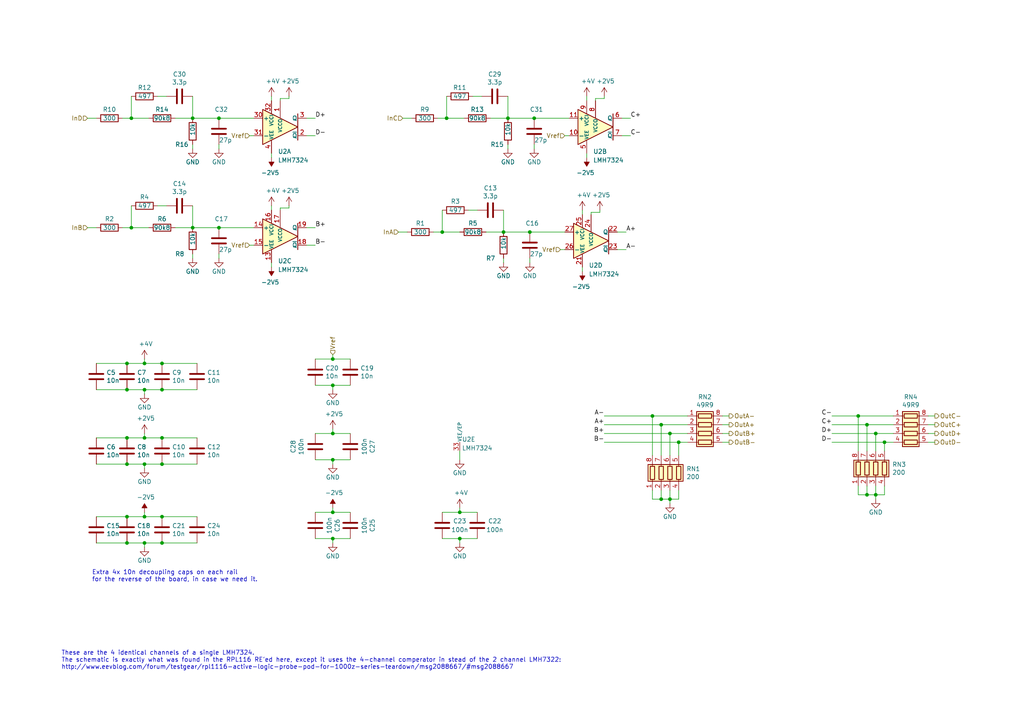
<source format=kicad_sch>
(kicad_sch (version 20230121) (generator eeschema)
  (paper "A4")
  (lib_symbols
    (symbol "Comparator:LMH7324" (pin_names (offset 0.127))
      (property "Reference" "U" (at 1.905 5.715 0))
      (property "Value" "LMH7324" (at 4.445 -5.08 0))
      (symbol "LMH7324_1_1"
        (pin power_in line (at 0 7.62 270) (length 5.08) (name "VCCO") (number "1"))
        (pin output line (at 7.62 -2.54 180) (length 2.54) (name "~{Q}") (number "2"))
        (pin passive line (at -2.54 -7.62 90) (length 3.81) hide (name "VEE") (number "29"))
        (pin output line (at 7.62 2.54 180) (length 2.54) (name "Q") (number "3"))
        (pin input line (at -7.62 2.54 0) (length 2.54) (name "+") (number "30"))
        (pin input line (at -7.62 -2.54 0) (length 2.54) (name "-") (number "31"))
        (pin power_in line (at -2.54 7.62 270) (length 3.81) (name "VCCI") (number "32"))
        (pin power_in line (at -2.54 -7.62 90) (length 3.81) (name "VEE") (number "4"))
      )
      (symbol "LMH7324_2_1"
        (pin input line (at -7.62 -2.54 0) (length 2.54) (name "-") (number "10"))
        (pin input line (at -7.62 2.54 0) (length 2.54) (name "+") (number "11"))
        (pin passive line (at -2.54 -7.62 90) (length 3.81) hide (name "VEE") (number "12"))
        (pin power_in line (at -2.54 -7.62 90) (length 3.81) (name "VEE") (number "5"))
        (pin output line (at 7.62 2.54 180) (length 2.54) (name "Q") (number "6"))
        (pin output line (at 7.62 -2.54 180) (length 2.54) (name "~{Q}") (number "7"))
        (pin power_in line (at 0 7.62 270) (length 5.08) (name "VCCO") (number "8"))
        (pin power_in line (at -2.54 7.62 270) (length 3.81) (name "VCCI") (number "9"))
      )
      (symbol "LMH7324_3_1"
        (pin power_in line (at -2.54 -7.62 90) (length 3.81) (name "VEE") (number "13"))
        (pin input line (at -7.62 2.54 0) (length 2.54) (name "+") (number "14"))
        (pin input line (at -7.62 -2.54 0) (length 2.54) (name "-") (number "15"))
        (pin power_in line (at -2.54 7.62 270) (length 3.81) (name "VCCI") (number "16"))
        (pin power_in line (at 0 7.62 270) (length 5.08) (name "VCCO") (number "17"))
        (pin output line (at 7.62 -2.54 180) (length 2.54) (name "~{Q}") (number "18"))
        (pin output line (at 7.62 2.54 180) (length 2.54) (name "Q") (number "19"))
        (pin passive line (at -2.54 -7.62 90) (length 3.81) hide (name "VEE") (number "20"))
      )
      (symbol "LMH7324_4_1"
        (pin power_in line (at -2.54 -7.62 90) (length 3.81) (name "VEE") (number "21"))
        (pin output line (at 7.62 2.54 180) (length 2.54) (name "Q") (number "22"))
        (pin output line (at 7.62 -2.54 180) (length 2.54) (name "~{Q}") (number "23"))
        (pin power_in line (at 0 7.62 270) (length 5.08) (name "VCCO") (number "24"))
        (pin power_in line (at -2.54 7.62 270) (length 3.81) (name "VCCI") (number "25"))
        (pin input line (at -7.62 -2.54 0) (length 2.54) (name "-") (number "26"))
        (pin input line (at -7.62 2.54 0) (length 2.54) (name "+") (number "27"))
        (pin passive line (at -2.54 -7.62 90) (length 3.81) hide (name "VEE") (number "28"))
      )
      (symbol "LMH7324_5_1"
        (pin power_in line (at 0 -2.54 90) (length 2.54) (name "VEE/EP") (number "33"))
      )
    )
    (symbol "Device:C" (pin_numbers hide) (pin_names (offset 0.254))
      (property "Reference" "C" (at 0.635 2.54 0))
      (property "Value" "C" (at 0.635 -2.54 0))
      (symbol "C_1_1"
        (pin passive line (at 0 3.81 270) (length 2.794) (name "~") (number "1"))
        (pin passive line (at 0 -3.81 90) (length 2.794) (name "~") (number "2"))
      )
    )
    (symbol "Device:R" (pin_numbers hide) (pin_names (offset 0))
      (property "Reference" "R" (at 2.032 0 90))
      (property "Value" "R" (at 0 0 90))
      (symbol "R_1_1"
        (pin passive line (at 0 3.81 270) (length 1.27) (name "~") (number "1"))
        (pin passive line (at 0 -3.81 90) (length 1.27) (name "~") (number "2"))
      )
    )
    (symbol "Device:R_Pack04" (pin_names (offset 0) hide)
      (property "Reference" "RN" (at -7.62 0 90))
      (property "Value" "R_Pack04" (at 5.08 0 90))
      (symbol "R_Pack04_1_1"
        (pin passive line (at -5.08 -5.08 90) (length 2.54) (name "R1.1") (number "1"))
        (pin passive line (at -2.54 -5.08 90) (length 2.54) (name "R2.1") (number "2"))
        (pin passive line (at 0 -5.08 90) (length 2.54) (name "R3.1") (number "3"))
        (pin passive line (at 2.54 -5.08 90) (length 2.54) (name "R4.1") (number "4"))
        (pin passive line (at 2.54 5.08 270) (length 2.54) (name "R4.2") (number "5"))
        (pin passive line (at 0 5.08 270) (length 2.54) (name "R3.2") (number "6"))
        (pin passive line (at -2.54 5.08 270) (length 2.54) (name "R2.2") (number "7"))
        (pin passive line (at -5.08 5.08 270) (length 2.54) (name "R1.2") (number "8"))
      )
    )
    (symbol "power:+2V5" (power) (pin_names (offset 0))
      (property "Value" "+2V5" (at 0 3.556 0))
      (symbol "+2V5_1_1"
        (pin power_in line (at 0 0 90) (length 0) hide (name "+2V5") (number "1"))
      )
    )
    (symbol "power:+4V" (power) (pin_names (offset 0))
      (property "Value" "+4V" (at 0 3.556 0))
      (symbol "+4V_1_1"
        (pin power_in line (at 0 0 90) (length 0) hide (name "+4V") (number "1"))
      )
    )
    (symbol "power:-2V5" (power) (pin_names (offset 0))
      (property "Value" "-2V5" (at 0 3.81 0))
      (symbol "-2V5_0_0"
        (pin power_in line (at 0 0 90) (length 0) hide (name "-2V5") (number "1"))
      )
    )
    (symbol "power:GND" (power) (pin_names (offset 0))
      (property "Value" "GND" (at 0 -3.81 0))
      (symbol "GND_1_1"
        (pin power_in line (at 0 0 270) (length 0) hide (name "GND") (number "1"))
      )
    )
  )
  (junction (at 128.27 67.31))
  (junction (at 46.99 113.03))
  (junction (at 254 125.73))
  (junction (at 191.77 144.78))
  (junction (at 248.92 120.65))
  (junction (at 41.91 157.48))
  (junction (at 36.83 157.48))
  (junction (at 146.05 67.31))
  (junction (at 133.35 156.21))
  (junction (at 154.94 34.29))
  (junction (at 194.31 125.73))
  (junction (at 41.91 113.03))
  (junction (at 194.31 144.78))
  (junction (at 38.1 34.29))
  (junction (at 133.35 148.59))
  (junction (at 36.83 113.03))
  (junction (at 46.99 149.86))
  (junction (at 41.91 149.86))
  (junction (at 96.52 104.14))
  (junction (at 251.46 123.19))
  (junction (at 46.99 127))
  (junction (at 96.52 156.21))
  (junction (at 251.46 143.51))
  (junction (at 96.52 125.73))
  (junction (at 147.32 34.29))
  (junction (at 96.52 148.59))
  (junction (at 46.99 157.48))
  (junction (at 96.52 111.76))
  (junction (at 46.99 134.62))
  (junction (at 254 143.51))
  (junction (at 63.5 34.29))
  (junction (at 36.83 134.62))
  (junction (at 38.1 66.04))
  (junction (at 46.99 105.41))
  (junction (at 41.91 127))
  (junction (at 55.88 66.04))
  (junction (at 36.83 127))
  (junction (at 256.54 128.27))
  (junction (at 55.88 34.29))
  (junction (at 196.85 128.27))
  (junction (at 63.5 66.04))
  (junction (at 36.83 149.86))
  (junction (at 41.91 134.62))
  (junction (at 153.67 67.31))
  (junction (at 41.91 105.41))
  (junction (at 96.52 133.35))
  (junction (at 129.54 34.29))
  (junction (at 191.77 123.19))
  (junction (at 189.23 120.65))
  (junction (at 36.83 105.41))
  (wire (pts (xy 38.1 66.04) (xy 43.18 66.04)))
  (wire (pts (xy 91.44 133.35) (xy 96.52 133.35)))
  (wire (pts (xy 128.27 60.96) (xy 128.27 67.31)))
  (wire (pts (xy 251.46 143.51) (xy 254 143.51)))
  (wire (pts (xy 41.91 114.3) (xy 41.91 113.03)))
  (wire (pts (xy 96.52 104.14) (xy 101.6 104.14)))
  (wire (pts (xy 168.91 77.47) (xy 168.91 78.74)))
  (wire (pts (xy 46.99 105.41) (xy 57.15 105.41)))
  (wire (pts (xy 269.24 128.27) (xy 271.145 128.27)))
  (wire (pts (xy 41.91 158.75) (xy 41.91 157.48)))
  (wire (pts (xy 129.54 34.29) (xy 134.62 34.29)))
  (wire (pts (xy 81.28 28.575) (xy 81.28 29.21)))
  (wire (pts (xy 41.91 148.59) (xy 41.91 149.86)))
  (wire (pts (xy 36.83 149.86) (xy 41.91 149.86)))
  (wire (pts (xy 91.44 156.21) (xy 96.52 156.21)))
  (wire (pts (xy 50.8 34.29) (xy 55.88 34.29)))
  (wire (pts (xy 36.83 127) (xy 41.91 127)))
  (wire (pts (xy 175.26 125.73) (xy 194.31 125.73)))
  (wire (pts (xy 175.26 28.575) (xy 175.26 27.94)))
  (wire (pts (xy 256.54 128.27) (xy 256.54 130.81)))
  (wire (pts (xy 251.46 123.19) (xy 251.46 130.81)))
  (wire (pts (xy 196.85 128.27) (xy 199.39 128.27)))
  (wire (pts (xy 271.145 120.65) (xy 269.24 120.65)))
  (wire (pts (xy 63.5 34.29) (xy 73.66 34.29)))
  (wire (pts (xy 194.31 144.78) (xy 196.85 144.78)))
  (wire (pts (xy 55.88 74.93) (xy 55.88 73.66)))
  (wire (pts (xy 211.455 125.73) (xy 209.55 125.73)))
  (wire (pts (xy 173.99 60.96) (xy 173.99 61.595)))
  (wire (pts (xy 153.67 67.31) (xy 163.83 67.31)))
  (wire (pts (xy 175.26 28.575) (xy 172.72 28.575)))
  (wire (pts (xy 189.23 144.78) (xy 191.77 144.78)))
  (wire (pts (xy 248.92 120.65) (xy 248.92 130.81)))
  (wire (pts (xy 27.94 113.03) (xy 36.83 113.03)))
  (wire (pts (xy 254 143.51) (xy 256.54 143.51)))
  (wire (pts (xy 248.92 143.51) (xy 251.46 143.51)))
  (wire (pts (xy 209.55 128.27) (xy 211.455 128.27)))
  (wire (pts (xy 182.88 39.37) (xy 180.34 39.37)))
  (wire (pts (xy 96.52 125.73) (xy 101.6 125.73)))
  (wire (pts (xy 133.35 130.81) (xy 133.35 133.35)))
  (wire (pts (xy 140.97 67.31) (xy 146.05 67.31)))
  (wire (pts (xy 27.94 134.62) (xy 36.83 134.62)))
  (wire (pts (xy 154.94 43.18) (xy 154.94 41.91)))
  (wire (pts (xy 191.77 142.24) (xy 191.77 144.78)))
  (wire (pts (xy 25.4 34.29) (xy 27.94 34.29)))
  (wire (pts (xy 91.44 125.73) (xy 96.52 125.73)))
  (wire (pts (xy 256.54 140.97) (xy 256.54 143.51)))
  (wire (pts (xy 27.94 157.48) (xy 36.83 157.48)))
  (wire (pts (xy 36.83 157.48) (xy 41.91 157.48)))
  (wire (pts (xy 175.26 128.27) (xy 196.85 128.27)))
  (wire (pts (xy 96.52 148.59) (xy 101.6 148.59)))
  (wire (pts (xy 41.91 125.73) (xy 41.91 127)))
  (wire (pts (xy 96.52 133.35) (xy 101.6 133.35)))
  (wire (pts (xy 162.56 72.39) (xy 163.83 72.39)))
  (wire (pts (xy 78.74 27.94) (xy 78.74 29.21)))
  (wire (pts (xy 72.39 39.37) (xy 73.66 39.37)))
  (wire (pts (xy 175.26 123.19) (xy 191.77 123.19)))
  (wire (pts (xy 147.32 43.18) (xy 147.32 41.91)))
  (wire (pts (xy 48.26 27.94) (xy 45.72 27.94)))
  (wire (pts (xy 209.55 123.19) (xy 211.455 123.19)))
  (wire (pts (xy 41.91 127) (xy 46.99 127)))
  (wire (pts (xy 78.74 76.2) (xy 78.74 77.47)))
  (wire (pts (xy 116.84 34.29) (xy 119.38 34.29)))
  (wire (pts (xy 189.23 142.24) (xy 189.23 144.78)))
  (wire (pts (xy 27.94 127) (xy 36.83 127)))
  (wire (pts (xy 248.92 120.65) (xy 241.3 120.65)))
  (wire (pts (xy 88.9 66.04) (xy 91.44 66.04)))
  (wire (pts (xy 96.52 147.32) (xy 96.52 148.59)))
  (wire (pts (xy 254 125.73) (xy 241.3 125.73)))
  (wire (pts (xy 88.9 71.12) (xy 91.44 71.12)))
  (wire (pts (xy 138.43 60.96) (xy 135.89 60.96)))
  (wire (pts (xy 248.92 140.97) (xy 248.92 143.51)))
  (wire (pts (xy 50.8 66.04) (xy 55.88 66.04)))
  (wire (pts (xy 194.31 125.73) (xy 199.39 125.73)))
  (wire (pts (xy 57.15 113.03) (xy 46.99 113.03)))
  (wire (pts (xy 36.83 105.41) (xy 41.91 105.41)))
  (wire (pts (xy 96.52 111.76) (xy 96.52 113.03)))
  (wire (pts (xy 25.4 66.04) (xy 27.94 66.04)))
  (wire (pts (xy 46.99 127) (xy 57.15 127)))
  (wire (pts (xy 211.455 120.65) (xy 209.55 120.65)))
  (wire (pts (xy 251.46 140.97) (xy 251.46 143.51)))
  (wire (pts (xy 41.91 135.89) (xy 41.91 134.62)))
  (wire (pts (xy 154.94 34.29) (xy 147.32 34.29)))
  (wire (pts (xy 181.61 72.39) (xy 179.07 72.39)))
  (wire (pts (xy 63.5 66.04) (xy 55.88 66.04)))
  (wire (pts (xy 81.28 28.575) (xy 83.82 28.575)))
  (wire (pts (xy 142.24 34.29) (xy 147.32 34.29)))
  (wire (pts (xy 191.77 144.78) (xy 194.31 144.78)))
  (wire (pts (xy 41.91 157.48) (xy 46.99 157.48)))
  (wire (pts (xy 57.15 134.62) (xy 46.99 134.62)))
  (wire (pts (xy 96.52 157.48) (xy 96.52 156.21)))
  (wire (pts (xy 88.9 39.37) (xy 91.44 39.37)))
  (wire (pts (xy 168.91 60.96) (xy 168.91 62.23)))
  (wire (pts (xy 81.28 60.325) (xy 83.82 60.325)))
  (wire (pts (xy 269.24 123.19) (xy 271.145 123.19)))
  (wire (pts (xy 96.52 156.21) (xy 101.6 156.21)))
  (wire (pts (xy 175.26 120.65) (xy 189.23 120.65)))
  (wire (pts (xy 91.44 148.59) (xy 96.52 148.59)))
  (wire (pts (xy 191.77 123.19) (xy 199.39 123.19)))
  (wire (pts (xy 254 125.73) (xy 259.08 125.73)))
  (wire (pts (xy 163.83 39.37) (xy 165.1 39.37)))
  (wire (pts (xy 27.94 105.41) (xy 36.83 105.41)))
  (wire (pts (xy 91.44 111.76) (xy 96.52 111.76)))
  (wire (pts (xy 96.52 111.76) (xy 101.6 111.76)))
  (wire (pts (xy 133.35 148.59) (xy 138.43 148.59)))
  (wire (pts (xy 254 143.51) (xy 254 144.78)))
  (wire (pts (xy 128.27 67.31) (xy 125.73 67.31)))
  (wire (pts (xy 115.57 67.31) (xy 118.11 67.31)))
  (wire (pts (xy 46.99 149.86) (xy 57.15 149.86)))
  (wire (pts (xy 72.39 71.12) (xy 73.66 71.12)))
  (wire (pts (xy 41.91 104.14) (xy 41.91 105.41)))
  (wire (pts (xy 128.27 148.59) (xy 133.35 148.59)))
  (wire (pts (xy 189.23 120.65) (xy 199.39 120.65)))
  (wire (pts (xy 194.31 142.24) (xy 194.31 144.78)))
  (wire (pts (xy 133.35 156.21) (xy 133.35 157.48)))
  (wire (pts (xy 38.1 34.29) (xy 43.18 34.29)))
  (wire (pts (xy 57.15 157.48) (xy 46.99 157.48)))
  (wire (pts (xy 38.1 66.04) (xy 35.56 66.04)))
  (wire (pts (xy 128.27 67.31) (xy 133.35 67.31)))
  (wire (pts (xy 194.31 132.08) (xy 194.31 125.73)))
  (wire (pts (xy 248.92 120.65) (xy 259.08 120.65)))
  (wire (pts (xy 96.52 102.87) (xy 96.52 104.14)))
  (wire (pts (xy 63.5 66.04) (xy 73.66 66.04)))
  (wire (pts (xy 36.83 134.62) (xy 41.91 134.62)))
  (wire (pts (xy 129.54 27.94) (xy 129.54 34.29)))
  (wire (pts (xy 78.74 45.72) (xy 78.74 44.45)))
  (wire (pts (xy 254 125.73) (xy 254 130.81)))
  (wire (pts (xy 41.91 105.41) (xy 46.99 105.41)))
  (wire (pts (xy 153.67 67.31) (xy 146.05 67.31)))
  (wire (pts (xy 129.54 34.29) (xy 127 34.29)))
  (wire (pts (xy 241.3 123.19) (xy 251.46 123.19)))
  (wire (pts (xy 251.46 123.19) (xy 259.08 123.19)))
  (wire (pts (xy 63.5 34.29) (xy 55.88 34.29)))
  (wire (pts (xy 41.91 134.62) (xy 46.99 134.62)))
  (wire (pts (xy 179.07 67.31) (xy 181.61 67.31)))
  (wire (pts (xy 154.94 34.29) (xy 165.1 34.29)))
  (wire (pts (xy 196.85 142.24) (xy 196.85 144.78)))
  (wire (pts (xy 96.52 134.62) (xy 96.52 133.35)))
  (wire (pts (xy 146.05 60.96) (xy 146.05 67.31)))
  (wire (pts (xy 78.74 59.69) (xy 78.74 60.96)))
  (wire (pts (xy 194.31 144.78) (xy 194.31 146.05)))
  (wire (pts (xy 241.3 128.27) (xy 256.54 128.27)))
  (wire (pts (xy 170.18 27.94) (xy 170.18 29.21)))
  (wire (pts (xy 147.32 27.94) (xy 147.32 34.29)))
  (wire (pts (xy 41.91 113.03) (xy 46.99 113.03)))
  (wire (pts (xy 96.52 124.46) (xy 96.52 125.73)))
  (wire (pts (xy 36.83 113.03) (xy 41.91 113.03)))
  (wire (pts (xy 133.35 156.21) (xy 138.43 156.21)))
  (wire (pts (xy 133.35 147.32) (xy 133.35 148.59)))
  (wire (pts (xy 88.9 34.29) (xy 91.44 34.29)))
  (wire (pts (xy 38.1 34.29) (xy 35.56 34.29)))
  (wire (pts (xy 63.5 74.93) (xy 63.5 73.66)))
  (wire (pts (xy 38.1 27.94) (xy 38.1 34.29)))
  (wire (pts (xy 254 140.97) (xy 254 143.51)))
  (wire (pts (xy 170.18 44.45) (xy 170.18 45.72)))
  (wire (pts (xy 191.77 132.08) (xy 191.77 123.19)))
  (wire (pts (xy 153.67 76.2) (xy 153.67 74.93)))
  (wire (pts (xy 63.5 43.18) (xy 63.5 41.91)))
  (wire (pts (xy 55.88 59.69) (xy 55.88 66.04)))
  (wire (pts (xy 189.23 120.65) (xy 189.23 132.08)))
  (wire (pts (xy 83.82 27.94) (xy 83.82 28.575)))
  (wire (pts (xy 41.91 149.86) (xy 46.99 149.86)))
  (wire (pts (xy 172.72 28.575) (xy 172.72 29.21)))
  (wire (pts (xy 91.44 104.14) (xy 96.52 104.14)))
  (wire (pts (xy 256.54 128.27) (xy 259.08 128.27)))
  (wire (pts (xy 81.28 60.325) (xy 81.28 60.96)))
  (wire (pts (xy 171.45 61.595) (xy 173.99 61.595)))
  (wire (pts (xy 38.1 59.69) (xy 38.1 66.04)))
  (wire (pts (xy 27.94 149.86) (xy 36.83 149.86)))
  (wire (pts (xy 48.26 59.69) (xy 45.72 59.69)))
  (wire (pts (xy 55.88 27.94) (xy 55.88 34.29)))
  (wire (pts (xy 196.85 128.27) (xy 196.85 132.08)))
  (wire (pts (xy 55.88 43.18) (xy 55.88 41.91)))
  (wire (pts (xy 146.05 76.2) (xy 146.05 74.93)))
  (wire (pts (xy 271.145 125.73) (xy 269.24 125.73)))
  (wire (pts (xy 139.7 27.94) (xy 137.16 27.94)))
  (wire (pts (xy 83.82 59.69) (xy 83.82 60.325)))
  (wire (pts (xy 171.45 61.595) (xy 171.45 62.23)))
  (wire (pts (xy 128.27 156.21) (xy 133.35 156.21)))
  (wire (pts (xy 182.88 34.29) (xy 180.34 34.29)))
  (text "Extra 4x 10n decoupling caps on each rail\nfor the reverse of the board, in case we need it." (at 26.67 168.91 0) (effects (font (size 1.27 1.27)) (justify left bottom)))
  (text "These are the 4 identical channels of a single LMH7324.\nThe schematic is exactly what was found in the RPL116 RE'ed here, except it uses the 4-channel comperator in stead of the 2 channel LMH7322:\nhttp://www.eevblog.com/forum/testgear/rpl1116-active-logic-probe-pod-for-1000z-series-teardown/msg2088667/#msg2088667" (at 17.78 194.31 0) (effects (font (size 1.27 1.27)) (justify left bottom)))
  (label "B+" (at 175.26 125.73 180))
  (label "D+" (at 241.3 125.73 180))
  (label "C+" (at 241.3 123.19 180))
  (label "D-" (at 91.44 39.37 0))
  (label "D+" (at 91.44 34.29 0))
  (label "C-" (at 182.88 39.37 0))
  (label "A+" (at 175.26 123.19 180))
  (label "D-" (at 241.3 128.27 180))
  (label "A-" (at 175.26 120.65 180))
  (label "A-" (at 181.61 72.39 0))
  (label "B-" (at 175.26 128.27 180))
  (label "A+" (at 181.61 67.31 0))
  (label "C+" (at 182.88 34.29 0))
  (label "B-" (at 91.44 71.12 0))
  (label "B+" (at 91.44 66.04 0))
  (label "C-" (at 241.3 120.65 180))
  (hierarchical_label "OutB-" (shape output) (at 211.455 128.27 0))
  (hierarchical_label "OutA-" (shape output) (at 211.455 120.65 0))
  (hierarchical_label "OutD+" (shape output) (at 271.145 125.73 0))
  (hierarchical_label "OutC-" (shape output) (at 271.145 120.65 0))
  (hierarchical_label "Vref" (shape input) (at 163.83 39.37 180))
  (hierarchical_label "InA" (shape input) (at 115.57 67.31 180))
  (hierarchical_label "Vref" (shape input) (at 162.56 72.39 180))
  (hierarchical_label "OutB+" (shape output) (at 211.455 125.73 0))
  (hierarchical_label "InD" (shape input) (at 25.4 34.29 180))
  (hierarchical_label "OutD-" (shape output) (at 271.145 128.27 0))
  (hierarchical_label "InC" (shape input) (at 116.84 34.29 180))
  (hierarchical_label "Vref" (shape input) (at 96.52 102.87 90))
  (hierarchical_label "OutC+" (shape output) (at 271.145 123.19 0))
  (hierarchical_label "Vref" (shape input) (at 72.39 71.12 180))
  (hierarchical_label "InB" (shape input) (at 25.4 66.04 180))
  (hierarchical_label "Vref" (shape input) (at 72.39 39.37 180))
  (hierarchical_label "OutA+" (shape output) (at 211.455 123.19 0))
  (symbol (lib_id "power:+4V") (at 168.91 60.96 0) (unit 1)
    (property "Reference" "#PWR040" (effects hide))
    (property "Value" "+4V" (at 169.291 56.5658 0))
    (instances (project "mso5k-la-16ch" (path "" (reference "#PWR040") (unit 1)) (path "" (reference "#PWR0167") (unit 1)) (path "" (reference "#PWR080") (unit 1)) (path "" (reference "#PWR0203") (unit 1))))
  )
  (symbol (lib_id "power:+2V5") (at 173.99 60.96 0) (unit 1)
    (property "Reference" "#PWR042" (effects hide))
    (property "Value" "+2V5" (at 174.371 56.5658 0))
    (instances (project "mso5k-la-16ch" (path "" (reference "#PWR042") (unit 1)) (path "" (reference "#PWR0168") (unit 1)) (path "" (reference "#PWR082") (unit 1)) (path "" (reference "#PWR0204") (unit 1))))
  )
  (symbol (lib_id "power:-2V5") (at 168.91 78.74 180) (unit 1)
    (property "Reference" "#PWR0162" (effects hide))
    (property "Value" "-2V5" (at 168.529 83.1342 0))
    (instances (project "mso5k-la-16ch" (path "" (reference "#PWR0162") (unit 1)) (path "" (reference "#PWR0251") (unit 1)) (path "" (reference "#PWR0198") (unit 1)) (path "" (reference "#PWR0257") (unit 1))))
  )
  (symbol (lib_id "Device:C") (at 101.6 107.95 0) (unit 1)
    (property "Reference" "C19" (at 104.521 106.7816 0) (effects (justify left)))
    (property "Value" "10n" (at 104.521 109.093 0) (effects (justify left)))
    (property "Footprint" "Capacitor_SMD:C_0603_1608Metric" (effects hide))
    (instances (project "mso5k-la-16ch" (path "" (reference "C19") (unit 1)) (path "" (reference "C82") (unit 1)) (path "" (reference "C47") (unit 1)) (path "" (reference "C110") (unit 1))))
  )
  (symbol (lib_id "Device:C") (at 101.6 129.54 180) (unit 1)
    (property "Reference" "C27" (at 108.0008 129.54 90))
    (property "Value" "100n" (at 105.6894 129.54 90))
    (property "Footprint" "Capacitor_SMD:C_0603_1608Metric" (effects hide))
    (instances (project "mso5k-la-16ch" (path "" (reference "C27") (unit 1)) (path "" (reference "C83") (unit 1)) (path "" (reference "C55") (unit 1)) (path "" (reference "C111") (unit 1))))
  )
  (symbol (lib_id "Device:C") (at 138.43 152.4 0) (unit 1)
    (property "Reference" "C22" (at 143.51 151.13 0))
    (property "Value" "100n" (at 143.51 153.67 0))
    (property "Footprint" "Capacitor_SMD:C_0603_1608Metric" (effects hide))
    (instances (project "mso5k-la-16ch" (path "" (reference "C22") (unit 1)) (path "" (reference "C86") (unit 1)) (path "" (reference "C50") (unit 1)) (path "" (reference "C114") (unit 1))))
  )
  (symbol (lib_id "Device:C") (at 101.6 152.4 180) (unit 1)
    (property "Reference" "C25" (at 108.0008 152.4 90))
    (property "Value" "100n" (at 105.6894 152.4 90))
    (property "Footprint" "Capacitor_SMD:C_0603_1608Metric" (effects hide))
    (instances (project "mso5k-la-16ch" (path "" (reference "C25") (unit 1)) (path "" (reference "C84") (unit 1)) (path "" (reference "C53") (unit 1)) (path "" (reference "C112") (unit 1))))
  )
  (symbol (lib_id "Device:C") (at 153.67 71.12 0) (unit 1)
    (property "Reference" "C16" (at 152.4 64.77 0) (effects (justify left)))
    (property "Value" "27p" (at 153.67 73.66 0) (effects (justify left)))
    (property "Footprint" "Capacitor_SMD:C_0603_1608Metric" (effects hide))
    (instances (project "mso5k-la-16ch" (path "" (reference "C16") (unit 1)) (path "" (reference "C89") (unit 1)) (path "" (reference "C44") (unit 1)) (path "" (reference "C117") (unit 1))))
  )
  (symbol (lib_id "Device:R") (at 146.05 71.12 0) (unit 1)
    (property "Reference" "R7" (at 140.97 74.93 0) (effects (justify left)))
    (property "Value" "10k" (at 146.05 72.39 90) (effects (justify left)))
    (property "Footprint" "Resistor_SMD:R_0603_1608Metric" (effects hide))
    (instances (project "mso5k-la-16ch" (path "" (reference "R7") (unit 1)) (path "" (reference "R52") (unit 1)) (path "" (reference "R23") (unit 1)) (path "" (reference "R68") (unit 1))))
  )
  (symbol (lib_id "Device:R") (at 137.16 67.31 270) (unit 1)
    (property "Reference" "R5" (at 137.16 64.77 90))
    (property "Value" "90k8" (at 137.16 67.31 90))
    (property "Footprint" "Resistor_SMD:R_0603_1608Metric" (effects hide))
    (instances (project "mso5k-la-16ch" (path "" (reference "R5") (unit 1)) (path "" (reference "R50") (unit 1)) (path "" (reference "R21") (unit 1)) (path "" (reference "R66") (unit 1))))
  )
  (symbol (lib_id "power:GND") (at 153.67 76.2 0) (unit 1)
    (property "Reference" "#PWR0171" (effects hide))
    (property "Value" "GND" (at 153.67 80.01 0))
    (instances (project "mso5k-la-16ch" (path "" (reference "#PWR0171") (unit 1)) (path "" (reference "#PWR0225") (unit 1)) (path "" (reference "#PWR0207") (unit 1)) (path "" (reference "#PWR0243") (unit 1))))
  )
  (symbol (lib_id "Device:R") (at 121.92 67.31 270) (unit 1)
    (property "Reference" "R1" (at 121.92 64.77 90))
    (property "Value" "300" (at 121.92 67.31 90))
    (property "Footprint" "Resistor_SMD:R_0603_1608Metric" (effects hide))
    (instances (project "mso5k-la-16ch" (path "" (reference "R1") (unit 1)) (path "" (reference "R46") (unit 1)) (path "" (reference "R17") (unit 1)) (path "" (reference "R62") (unit 1))))
  )
  (symbol (lib_id "Device:R") (at 132.08 60.96 270) (unit 1)
    (property "Reference" "R3" (at 132.08 58.42 90))
    (property "Value" "497" (at 132.08 60.96 90))
    (property "Footprint" "Resistor_SMD:R_0603_1608Metric" (effects hide))
    (instances (project "mso5k-la-16ch" (path "" (reference "R3") (unit 1)) (path "" (reference "R48") (unit 1)) (path "" (reference "R19") (unit 1)) (path "" (reference "R64") (unit 1))))
  )
  (symbol (lib_id "Device:C") (at 142.24 60.96 270) (unit 1)
    (property "Reference" "C13" (at 142.24 54.5592 90))
    (property "Value" "3.3p" (at 142.24 56.8706 90))
    (property "Footprint" "Capacitor_SMD:C_0603_1608Metric" (effects hide))
    (instances (project "mso5k-la-16ch" (path "" (reference "C13") (unit 1)) (path "" (reference "C87") (unit 1)) (path "" (reference "C41") (unit 1)) (path "" (reference "C115") (unit 1))))
  )
  (symbol (lib_id "power:GND") (at 146.05 76.2 0) (unit 1)
    (property "Reference" "#PWR0170" (effects hide))
    (property "Value" "GND" (at 146.05 80.01 0))
    (instances (project "mso5k-la-16ch" (path "" (reference "#PWR0170") (unit 1)) (path "" (reference "#PWR0224") (unit 1)) (path "" (reference "#PWR0206") (unit 1)) (path "" (reference "#PWR0242") (unit 1))))
  )
  (symbol (lib_id "power:+4V") (at 78.74 59.69 0) (unit 1)
    (property "Reference" "#PWR041" (effects hide))
    (property "Value" "+4V" (at 79.121 55.2958 0))
    (instances (project "mso5k-la-16ch" (path "" (reference "#PWR041") (unit 1)) (path "" (reference "#PWR0152") (unit 1)) (path "" (reference "#PWR081") (unit 1)) (path "" (reference "#PWR0188") (unit 1))))
  )
  (symbol (lib_id "power:+2V5") (at 83.82 59.69 0) (unit 1)
    (property "Reference" "#PWR044" (effects hide))
    (property "Value" "+2V5" (at 84.201 55.2958 0))
    (instances (project "mso5k-la-16ch" (path "" (reference "#PWR044") (unit 1)) (path "" (reference "#PWR0154") (unit 1)) (path "" (reference "#PWR084") (unit 1)) (path "" (reference "#PWR0190") (unit 1))))
  )
  (symbol (lib_id "power:-2V5") (at 78.74 77.47 180) (unit 1)
    (property "Reference" "#PWR0136" (effects hide))
    (property "Value" "-2V5" (at 78.359 81.8642 0))
    (instances (project "mso5k-la-16ch" (path "" (reference "#PWR0136") (unit 1)) (path "" (reference "#PWR0244") (unit 1)) (path "" (reference "#PWR0172") (unit 1)) (path "" (reference "#PWR0253") (unit 1))))
  )
  (symbol (lib_id "Device:C") (at 91.44 107.95 0) (unit 1)
    (property "Reference" "C20" (at 94.361 106.7816 0) (effects (justify left)))
    (property "Value" "10n" (at 94.361 109.093 0) (effects (justify left)))
    (property "Footprint" "Capacitor_SMD:C_0603_1608Metric" (effects hide))
    (instances (project "mso5k-la-16ch" (path "" (reference "C20") (unit 1)) (path "" (reference "C79") (unit 1)) (path "" (reference "C48") (unit 1)) (path "" (reference "C107") (unit 1))))
  )
  (symbol (lib_id "Device:C") (at 91.44 129.54 0) (mirror x) (unit 1)
    (property "Reference" "C28" (at 85.0392 129.54 90))
    (property "Value" "100n" (at 87.3506 129.54 90))
    (property "Footprint" "Capacitor_SMD:C_0603_1608Metric" (effects hide))
    (instances (project "mso5k-la-16ch" (path "" (reference "C28") (unit 1)) (path "" (reference "C80") (unit 1)) (path "" (reference "C56") (unit 1)) (path "" (reference "C108") (unit 1))))
  )
  (symbol (lib_id "Device:C") (at 128.27 152.4 0) (unit 1)
    (property "Reference" "C23" (at 133.35 151.13 0))
    (property "Value" "100n" (at 133.35 153.67 0))
    (property "Footprint" "Capacitor_SMD:C_0603_1608Metric" (effects hide))
    (instances (project "mso5k-la-16ch" (path "" (reference "C23") (unit 1)) (path "" (reference "C85") (unit 1)) (path "" (reference "C51") (unit 1)) (path "" (reference "C113") (unit 1))))
  )
  (symbol (lib_id "Device:C") (at 91.44 152.4 180) (unit 1)
    (property "Reference" "C26" (at 97.8408 152.4 90))
    (property "Value" "100n" (at 95.5294 152.4 90))
    (property "Footprint" "Capacitor_SMD:C_0603_1608Metric" (effects hide))
    (instances (project "mso5k-la-16ch" (path "" (reference "C26") (unit 1)) (path "" (reference "C81") (unit 1)) (path "" (reference "C54") (unit 1)) (path "" (reference "C109") (unit 1))))
  )
  (symbol (lib_id "Device:C") (at 63.5 69.85 0) (unit 1)
    (property "Reference" "C17" (at 62.23 63.5 0) (effects (justify left)))
    (property "Value" "27p" (at 63.5 72.39 0) (effects (justify left)))
    (property "Footprint" "Capacitor_SMD:C_0603_1608Metric" (effects hide))
    (instances (project "mso5k-la-16ch" (path "" (reference "C17") (unit 1)) (path "" (reference "C78") (unit 1)) (path "" (reference "C45") (unit 1)) (path "" (reference "C106") (unit 1))))
  )
  (symbol (lib_id "Device:R") (at 55.88 69.85 0) (unit 1)
    (property "Reference" "R8" (at 50.8 73.66 0) (effects (justify left)))
    (property "Value" "10k" (at 55.88 71.12 90) (effects (justify left)))
    (property "Footprint" "Resistor_SMD:R_0603_1608Metric" (effects hide))
    (instances (project "mso5k-la-16ch" (path "" (reference "R8") (unit 1)) (path "" (reference "R45") (unit 1)) (path "" (reference "R24") (unit 1)) (path "" (reference "R61") (unit 1))))
  )
  (symbol (lib_id "Device:R") (at 46.99 66.04 270) (unit 1)
    (property "Reference" "R6" (at 46.99 63.5 90))
    (property "Value" "90k8" (at 46.99 66.04 90))
    (property "Footprint" "Resistor_SMD:R_0603_1608Metric" (effects hide))
    (instances (project "mso5k-la-16ch" (path "" (reference "R6") (unit 1)) (path "" (reference "R43") (unit 1)) (path "" (reference "R22") (unit 1)) (path "" (reference "R59") (unit 1))))
  )
  (symbol (lib_id "power:GND") (at 63.5 74.93 0) (unit 1)
    (property "Reference" "#PWR0140" (effects hide))
    (property "Value" "GND" (at 63.5 78.74 0))
    (instances (project "mso5k-la-16ch" (path "" (reference "#PWR0140") (unit 1)) (path "" (reference "#PWR0210") (unit 1)) (path "" (reference "#PWR0176") (unit 1)) (path "" (reference "#PWR0228") (unit 1))))
  )
  (symbol (lib_id "Device:R") (at 31.75 66.04 270) (unit 1)
    (property "Reference" "R2" (at 31.75 63.5 90))
    (property "Value" "300" (at 31.75 66.04 90))
    (property "Footprint" "Resistor_SMD:R_0603_1608Metric" (effects hide))
    (instances (project "mso5k-la-16ch" (path "" (reference "R2") (unit 1)) (path "" (reference "R39") (unit 1)) (path "" (reference "R18") (unit 1)) (path "" (reference "R55") (unit 1))))
  )
  (symbol (lib_id "Device:R") (at 41.91 59.69 270) (unit 1)
    (property "Reference" "R4" (at 41.91 57.15 90))
    (property "Value" "497" (at 41.91 59.69 90))
    (property "Footprint" "Resistor_SMD:R_0603_1608Metric" (effects hide))
    (instances (project "mso5k-la-16ch" (path "" (reference "R4") (unit 1)) (path "" (reference "R41") (unit 1)) (path "" (reference "R20") (unit 1)) (path "" (reference "R57") (unit 1))))
  )
  (symbol (lib_id "Device:C") (at 52.07 59.69 270) (unit 1)
    (property "Reference" "C14" (at 52.07 53.2892 90))
    (property "Value" "3.3p" (at 52.07 55.6006 90))
    (property "Footprint" "Capacitor_SMD:C_0603_1608Metric" (effects hide))
    (instances (project "mso5k-la-16ch" (path "" (reference "C14") (unit 1)) (path "" (reference "C73") (unit 1)) (path "" (reference "C42") (unit 1)) (path "" (reference "C101") (unit 1))))
  )
  (symbol (lib_id "power:GND") (at 55.88 74.93 0) (unit 1)
    (property "Reference" "#PWR0157" (effects hide))
    (property "Value" "GND" (at 55.88 78.74 0))
    (instances (project "mso5k-la-16ch" (path "" (reference "#PWR0157") (unit 1)) (path "" (reference "#PWR0218") (unit 1)) (path "" (reference "#PWR0193") (unit 1)) (path "" (reference "#PWR0236") (unit 1))))
  )
  (symbol (lib_id "power:+4V") (at 170.18 27.94 0) (unit 1)
    (property "Reference" "#PWR058" (effects hide))
    (property "Value" "+4V" (at 170.561 23.5458 0))
    (instances (project "mso5k-la-16ch" (path "" (reference "#PWR058") (unit 1)) (path "" (reference "#PWR0165") (unit 1)) (path "" (reference "#PWR098") (unit 1)) (path "" (reference "#PWR0201") (unit 1))))
  )
  (symbol (lib_id "power:+2V5") (at 175.26 27.94 0) (unit 1)
    (property "Reference" "#PWR060" (effects hide))
    (property "Value" "+2V5" (at 175.641 23.5458 0))
    (instances (project "mso5k-la-16ch" (path "" (reference "#PWR060") (unit 1)) (path "" (reference "#PWR0166") (unit 1)) (path "" (reference "#PWR0100") (unit 1)) (path "" (reference "#PWR0202") (unit 1))))
  )
  (symbol (lib_id "power:-2V5") (at 170.18 45.72 180) (unit 1)
    (property "Reference" "#PWR0161" (effects hide))
    (property "Value" "-2V5" (at 169.799 50.1142 0))
    (instances (project "mso5k-la-16ch" (path "" (reference "#PWR0161") (unit 1)) (path "" (reference "#PWR0250") (unit 1)) (path "" (reference "#PWR0197") (unit 1)) (path "" (reference "#PWR0256") (unit 1))))
  )
  (symbol (lib_id "Device:C") (at 154.94 38.1 0) (unit 1)
    (property "Reference" "C31" (at 153.67 31.75 0) (effects (justify left)))
    (property "Value" "27p" (at 154.94 40.64 0) (effects (justify left)))
    (property "Footprint" "Capacitor_SMD:C_0603_1608Metric" (effects hide))
    (instances (project "mso5k-la-16ch" (path "" (reference "C31") (unit 1)) (path "" (reference "C90") (unit 1)) (path "" (reference "C59") (unit 1)) (path "" (reference "C118") (unit 1))))
  )
  (symbol (lib_id "Device:R") (at 147.32 38.1 0) (unit 1)
    (property "Reference" "R15" (at 142.24 41.91 0) (effects (justify left)))
    (property "Value" "10k" (at 147.32 39.37 90) (effects (justify left)))
    (property "Footprint" "Resistor_SMD:R_0603_1608Metric" (effects hide))
    (instances (project "mso5k-la-16ch" (path "" (reference "R15") (unit 1)) (path "" (reference "R53") (unit 1)) (path "" (reference "R31") (unit 1)) (path "" (reference "R69") (unit 1))))
  )
  (symbol (lib_id "Device:R") (at 138.43 34.29 270) (unit 1)
    (property "Reference" "R13" (at 138.43 31.75 90))
    (property "Value" "90k8" (at 138.43 34.29 90))
    (property "Footprint" "Resistor_SMD:R_0603_1608Metric" (effects hide))
    (instances (project "mso5k-la-16ch" (path "" (reference "R13") (unit 1)) (path "" (reference "R51") (unit 1)) (path "" (reference "R29") (unit 1)) (path "" (reference "R67") (unit 1))))
  )
  (symbol (lib_id "power:GND") (at 154.94 43.18 0) (unit 1)
    (property "Reference" "#PWR0160" (effects hide))
    (property "Value" "GND" (at 154.94 46.99 0))
    (instances (project "mso5k-la-16ch" (path "" (reference "#PWR0160") (unit 1)) (path "" (reference "#PWR0221") (unit 1)) (path "" (reference "#PWR0196") (unit 1)) (path "" (reference "#PWR0239") (unit 1))))
  )
  (symbol (lib_id "Device:R") (at 123.19 34.29 270) (unit 1)
    (property "Reference" "R9" (at 123.19 31.75 90))
    (property "Value" "300" (at 123.19 34.29 90))
    (property "Footprint" "Resistor_SMD:R_0603_1608Metric" (effects hide))
    (instances (project "mso5k-la-16ch" (path "" (reference "R9") (unit 1)) (path "" (reference "R47") (unit 1)) (path "" (reference "R25") (unit 1)) (path "" (reference "R63") (unit 1))))
  )
  (symbol (lib_id "Device:R") (at 133.35 27.94 270) (unit 1)
    (property "Reference" "R11" (at 133.35 25.4 90))
    (property "Value" "497" (at 133.35 27.94 90))
    (property "Footprint" "Resistor_SMD:R_0603_1608Metric" (effects hide))
    (instances (project "mso5k-la-16ch" (path "" (reference "R11") (unit 1)) (path "" (reference "R49") (unit 1)) (path "" (reference "R27") (unit 1)) (path "" (reference "R65") (unit 1))))
  )
  (symbol (lib_id "Device:C") (at 143.51 27.94 270) (unit 1)
    (property "Reference" "C29" (at 143.51 21.5392 90))
    (property "Value" "3.3p" (at 143.51 23.8506 90))
    (property "Footprint" "Capacitor_SMD:C_0603_1608Metric" (effects hide))
    (instances (project "mso5k-la-16ch" (path "" (reference "C29") (unit 1)) (path "" (reference "C88") (unit 1)) (path "" (reference "C57") (unit 1)) (path "" (reference "C116") (unit 1))))
  )
  (symbol (lib_id "power:GND") (at 147.32 43.18 0) (unit 1)
    (property "Reference" "#PWR0164" (effects hide))
    (property "Value" "GND" (at 147.32 46.99 0))
    (instances (project "mso5k-la-16ch" (path "" (reference "#PWR0164") (unit 1)) (path "" (reference "#PWR0222") (unit 1)) (path "" (reference "#PWR0200") (unit 1)) (path "" (reference "#PWR0240") (unit 1))))
  )
  (symbol (lib_id "power:+4V") (at 78.74 27.94 0) (unit 1)
    (property "Reference" "#PWR059" (effects hide))
    (property "Value" "+4V" (at 79.121 23.5458 0))
    (instances (project "mso5k-la-16ch" (path "" (reference "#PWR059") (unit 1)) (path "" (reference "#PWR0155") (unit 1)) (path "" (reference "#PWR099") (unit 1)) (path "" (reference "#PWR0191") (unit 1))))
  )
  (symbol (lib_id "power:+2V5") (at 83.82 27.94 0) (unit 1)
    (property "Reference" "#PWR062" (effects hide))
    (property "Value" "+2V5" (at 84.201 23.5458 0))
    (instances (project "mso5k-la-16ch" (path "" (reference "#PWR062") (unit 1)) (path "" (reference "#PWR0156") (unit 1)) (path "" (reference "#PWR0102") (unit 1)) (path "" (reference "#PWR0192") (unit 1))))
  )
  (symbol (lib_id "power:-2V5") (at 78.74 45.72 180) (unit 1)
    (property "Reference" "#PWR0130" (effects hide))
    (property "Value" "-2V5" (at 78.359 50.1142 0))
    (instances (project "mso5k-la-16ch" (path "" (reference "#PWR0130") (unit 1)) (path "" (reference "#PWR0199") (unit 1)) (path "" (reference "#PWR0163") (unit 1)) (path "" (reference "#PWR0252") (unit 1))))
  )
  (symbol (lib_id "Device:C") (at 63.5 38.1 0) (unit 1)
    (property "Reference" "C32" (at 62.23 31.75 0) (effects (justify left)))
    (property "Value" "27p" (at 63.5 40.64 0) (effects (justify left)))
    (property "Footprint" "Capacitor_SMD:C_0603_1608Metric" (effects hide))
    (instances (project "mso5k-la-16ch" (path "" (reference "C32") (unit 1)) (path "" (reference "C77") (unit 1)) (path "" (reference "C60") (unit 1)) (path "" (reference "C105") (unit 1))))
  )
  (symbol (lib_id "Device:R") (at 55.88 38.1 0) (unit 1)
    (property "Reference" "R16" (at 50.8 41.91 0) (effects (justify left)))
    (property "Value" "10k" (at 55.88 39.37 90) (effects (justify left)))
    (property "Footprint" "Resistor_SMD:R_0603_1608Metric" (effects hide))
    (instances (project "mso5k-la-16ch" (path "" (reference "R16") (unit 1)) (path "" (reference "R44") (unit 1)) (path "" (reference "R32") (unit 1)) (path "" (reference "R60") (unit 1))))
  )
  (symbol (lib_id "Device:R") (at 46.99 34.29 270) (unit 1)
    (property "Reference" "R14" (at 46.99 31.75 90))
    (property "Value" "90k8" (at 46.99 34.29 90))
    (property "Footprint" "Resistor_SMD:R_0603_1608Metric" (effects hide))
    (instances (project "mso5k-la-16ch" (path "" (reference "R14") (unit 1)) (path "" (reference "R42") (unit 1)) (path "" (reference "R30") (unit 1)) (path "" (reference "R58") (unit 1))))
  )
  (symbol (lib_id "power:GND") (at 63.5 43.18 0) (unit 1)
    (property "Reference" "#PWR0142" (effects hide))
    (property "Value" "GND" (at 63.5 46.99 0))
    (instances (project "mso5k-la-16ch" (path "" (reference "#PWR0142") (unit 1)) (path "" (reference "#PWR0211") (unit 1)) (path "" (reference "#PWR0178") (unit 1)) (path "" (reference "#PWR0229") (unit 1))))
  )
  (symbol (lib_id "Device:R") (at 31.75 34.29 270) (unit 1)
    (property "Reference" "R10" (at 31.75 31.75 90))
    (property "Value" "300" (at 31.75 34.29 90))
    (property "Footprint" "Resistor_SMD:R_0603_1608Metric" (effects hide))
    (instances (project "mso5k-la-16ch" (path "" (reference "R10") (unit 1)) (path "" (reference "R38") (unit 1)) (path "" (reference "R26") (unit 1)) (path "" (reference "R54") (unit 1))))
  )
  (symbol (lib_id "Device:R") (at 41.91 27.94 270) (unit 1)
    (property "Reference" "R12" (at 41.91 25.4 90))
    (property "Value" "497" (at 41.91 27.94 90))
    (property "Footprint" "Resistor_SMD:R_0603_1608Metric" (effects hide))
    (instances (project "mso5k-la-16ch" (path "" (reference "R12") (unit 1)) (path "" (reference "R40") (unit 1)) (path "" (reference "R28") (unit 1)) (path "" (reference "R56") (unit 1))))
  )
  (symbol (lib_id "Device:C") (at 52.07 27.94 270) (unit 1)
    (property "Reference" "C30" (at 52.07 21.5392 90))
    (property "Value" "3.3p" (at 52.07 23.8506 90))
    (property "Footprint" "Capacitor_SMD:C_0603_1608Metric" (effects hide))
    (instances (project "mso5k-la-16ch" (path "" (reference "C30") (unit 1)) (path "" (reference "C72") (unit 1)) (path "" (reference "C58") (unit 1)) (path "" (reference "C100") (unit 1))))
  )
  (symbol (lib_id "power:GND") (at 55.88 43.18 0) (unit 1)
    (property "Reference" "#PWR0151" (effects hide))
    (property "Value" "GND" (at 55.88 46.99 0))
    (instances (project "mso5k-la-16ch" (path "" (reference "#PWR0151") (unit 1)) (path "" (reference "#PWR0217") (unit 1)) (path "" (reference "#PWR0187") (unit 1)) (path "" (reference "#PWR0235") (unit 1))))
  )
  (symbol (lib_id "power:GND") (at 133.35 133.35 0) (unit 1)
    (property "Reference" "#PWR0169" (effects hide))
    (property "Value" "GND" (at 133.35 137.16 0))
    (instances (project "mso5k-la-16ch" (path "" (reference "#PWR0169") (unit 1)) (path "" (reference "#PWR0223") (unit 1)) (path "" (reference "#PWR0205") (unit 1)) (path "" (reference "#PWR0241") (unit 1))))
  )
  (symbol (lib_id "Device:R_Pack04") (at 194.31 137.16 0) (unit 1)
    (property "Reference" "RN1" (at 199.0852 135.9916 0) (effects (justify left)))
    (property "Value" "200" (at 199.0852 138.303 0) (effects (justify left)))
    (property "Footprint" "Resistor_SMD:R_Array_Convex_4x0603" (effects hide))
    (instances (project "mso5k-la-16ch" (path "" (reference "RN1") (unit 1)) (path "" (reference "RN9") (unit 1)) (path "" (reference "RN5") (unit 1)) (path "" (reference "RN13") (unit 1))))
  )
  (symbol (lib_id "Device:R_Pack04") (at 204.47 125.73 270) (unit 1)
    (property "Reference" "RN2" (at 204.47 115.1382 90))
    (property "Value" "49R9" (at 204.47 117.4496 90))
    (property "Footprint" "Resistor_SMD:R_Array_Convex_4x0603" (effects hide))
    (instances (project "mso5k-la-16ch" (path "" (reference "RN2") (unit 1)) (path "" (reference "RN10") (unit 1)) (path "" (reference "RN6") (unit 1)) (path "" (reference "RN14") (unit 1))))
  )
  (symbol (lib_id "Device:R_Pack04") (at 264.16 125.73 270) (unit 1)
    (property "Reference" "RN4" (at 264.16 115.1382 90))
    (property "Value" "49R9" (at 264.16 117.4496 90))
    (property "Footprint" "Resistor_SMD:R_Array_Convex_4x0603" (effects hide))
    (instances (project "mso5k-la-16ch" (path "" (reference "RN4") (unit 1)) (path "" (reference "RN12") (unit 1)) (path "" (reference "RN8") (unit 1)) (path "" (reference "RN16") (unit 1))))
  )
  (symbol (lib_id "Device:R_Pack04") (at 254 135.89 0) (unit 1)
    (property "Reference" "RN3" (at 258.7752 134.7216 0) (effects (justify left)))
    (property "Value" "200" (at 258.7752 137.033 0) (effects (justify left)))
    (property "Footprint" "Resistor_SMD:R_Array_Convex_4x0603" (effects hide))
    (instances (project "mso5k-la-16ch" (path "" (reference "RN3") (unit 1)) (path "" (reference "RN11") (unit 1)) (path "" (reference "RN7") (unit 1)) (path "" (reference "RN15") (unit 1))))
  )
  (symbol (lib_id "power:GND") (at 254 144.78 0) (unit 1)
    (property "Reference" "#PWR0158" (effects hide))
    (property "Value" "GND" (at 254 148.59 0))
    (instances (project "mso5k-la-16ch" (path "" (reference "#PWR0158") (unit 1)) (path "" (reference "#PWR0219") (unit 1)) (path "" (reference "#PWR0194") (unit 1)) (path "" (reference "#PWR0237") (unit 1))))
  )
  (symbol (lib_id "power:GND") (at 194.31 146.05 0) (unit 1)
    (property "Reference" "#PWR0159" (effects hide))
    (property "Value" "GND" (at 194.31 149.86 0))
    (instances (project "mso5k-la-16ch" (path "" (reference "#PWR0159") (unit 1)) (path "" (reference "#PWR0220") (unit 1)) (path "" (reference "#PWR0195") (unit 1)) (path "" (reference "#PWR0238") (unit 1))))
  )
  (symbol (lib_id "Device:C") (at 27.94 130.81 0) (unit 1)
    (property "Reference" "C6" (at 30.861 129.6416 0) (effects (justify left)))
    (property "Value" "10n" (at 30.861 131.953 0) (effects (justify left)))
    (property "Footprint" "Capacitor_SMD:C_0402_1005Metric" (effects hide))
    (instances (project "mso5k-la-16ch" (path "" (reference "C6") (unit 1)) (path "" (reference "C64") (unit 1)) (path "" (reference "C34") (unit 1)) (path "" (reference "C92") (unit 1))))
  )
  (symbol (lib_id "Device:C") (at 36.83 130.81 0) (unit 1)
    (property "Reference" "C8" (at 39.751 129.6416 0) (effects (justify left)))
    (property "Value" "10n" (at 39.751 131.953 0) (effects (justify left)))
    (property "Footprint" "Capacitor_SMD:C_0402_1005Metric" (effects hide))
    (instances (project "mso5k-la-16ch" (path "" (reference "C8") (unit 1)) (path "" (reference "C67") (unit 1)) (path "" (reference "C36") (unit 1)) (path "" (reference "C95") (unit 1))))
  )
  (symbol (lib_id "Device:C") (at 46.99 130.81 0) (unit 1)
    (property "Reference" "C10" (at 49.911 129.6416 0) (effects (justify left)))
    (property "Value" "10n" (at 49.911 131.953 0) (effects (justify left)))
    (property "Footprint" "Capacitor_SMD:C_0402_1005Metric" (effects hide))
    (instances (project "mso5k-la-16ch" (path "" (reference "C10") (unit 1)) (path "" (reference "C70") (unit 1)) (path "" (reference "C38") (unit 1)) (path "" (reference "C98") (unit 1))))
  )
  (symbol (lib_id "Device:C") (at 57.15 130.81 0) (unit 1)
    (property "Reference" "C12" (at 60.071 129.6416 0) (effects (justify left)))
    (property "Value" "10n" (at 60.071 131.953 0) (effects (justify left)))
    (property "Footprint" "Capacitor_SMD:C_0402_1005Metric" (effects hide))
    (instances (project "mso5k-la-16ch" (path "" (reference "C12") (unit 1)) (path "" (reference "C75") (unit 1)) (path "" (reference "C40") (unit 1)) (path "" (reference "C103") (unit 1))))
  )
  (symbol (lib_id "power:GND") (at 41.91 135.89 0) (unit 1)
    (property "Reference" "#PWR0147" (effects hide))
    (property "Value" "GND" (at 41.91 139.7 0))
    (instances (project "mso5k-la-16ch" (path "" (reference "#PWR0147") (unit 1)) (path "" (reference "#PWR0215") (unit 1)) (path "" (reference "#PWR0183") (unit 1)) (path "" (reference "#PWR0233") (unit 1))))
  )
  (symbol (lib_id "Device:C") (at 27.94 153.67 0) (unit 1)
    (property "Reference" "C15" (at 30.861 152.5016 0) (effects (justify left)))
    (property "Value" "10n" (at 30.861 154.813 0) (effects (justify left)))
    (property "Footprint" "Capacitor_SMD:C_0402_1005Metric" (effects hide))
    (instances (project "mso5k-la-16ch" (path "" (reference "C15") (unit 1)) (path "" (reference "C65") (unit 1)) (path "" (reference "C43") (unit 1)) (path "" (reference "C93") (unit 1))))
  )
  (symbol (lib_id "Device:C") (at 36.83 153.67 0) (unit 1)
    (property "Reference" "C18" (at 39.751 152.5016 0) (effects (justify left)))
    (property "Value" "10n" (at 39.751 154.813 0) (effects (justify left)))
    (property "Footprint" "Capacitor_SMD:C_0402_1005Metric" (effects hide))
    (instances (project "mso5k-la-16ch" (path "" (reference "C18") (unit 1)) (path "" (reference "C68") (unit 1)) (path "" (reference "C46") (unit 1)) (path "" (reference "C96") (unit 1))))
  )
  (symbol (lib_id "Device:C") (at 46.99 153.67 0) (unit 1)
    (property "Reference" "C21" (at 49.911 152.5016 0) (effects (justify left)))
    (property "Value" "10n" (at 49.911 154.813 0) (effects (justify left)))
    (property "Footprint" "Capacitor_SMD:C_0402_1005Metric" (effects hide))
    (instances (project "mso5k-la-16ch" (path "" (reference "C21") (unit 1)) (path "" (reference "C71") (unit 1)) (path "" (reference "C49") (unit 1)) (path "" (reference "C99") (unit 1))))
  )
  (symbol (lib_id "Device:C") (at 57.15 153.67 0) (unit 1)
    (property "Reference" "C24" (at 60.071 152.5016 0) (effects (justify left)))
    (property "Value" "10n" (at 60.071 154.813 0) (effects (justify left)))
    (property "Footprint" "Capacitor_SMD:C_0402_1005Metric" (effects hide))
    (instances (project "mso5k-la-16ch" (path "" (reference "C24") (unit 1)) (path "" (reference "C76") (unit 1)) (path "" (reference "C52") (unit 1)) (path "" (reference "C104") (unit 1))))
  )
  (symbol (lib_id "power:GND") (at 41.91 158.75 0) (unit 1)
    (property "Reference" "#PWR0146" (effects hide))
    (property "Value" "GND" (at 41.91 162.56 0))
    (instances (project "mso5k-la-16ch" (path "" (reference "#PWR0146") (unit 1)) (path "" (reference "#PWR0214") (unit 1)) (path "" (reference "#PWR0182") (unit 1)) (path "" (reference "#PWR0232") (unit 1))))
  )
  (symbol (lib_id "power:+4V") (at 41.91 104.14 0) (unit 1)
    (property "Reference" "#PWR024" (effects hide))
    (property "Value" "+4V" (at 42.291 99.7458 0))
    (instances (project "mso5k-la-16ch" (path "" (reference "#PWR024") (unit 1)) (path "" (reference "#PWR0148") (unit 1)) (path "" (reference "#PWR064") (unit 1)) (path "" (reference "#PWR0184") (unit 1))))
  )
  (symbol (lib_id "Device:C") (at 27.94 109.22 0) (unit 1)
    (property "Reference" "C5" (at 30.861 108.0516 0) (effects (justify left)))
    (property "Value" "10n" (at 30.861 110.363 0) (effects (justify left)))
    (property "Footprint" "Capacitor_SMD:C_0402_1005Metric" (effects hide))
    (instances (project "mso5k-la-16ch" (path "" (reference "C5") (unit 1)) (path "" (reference "C63") (unit 1)) (path "" (reference "C33") (unit 1)) (path "" (reference "C91") (unit 1))))
  )
  (symbol (lib_id "Device:C") (at 36.83 109.22 0) (unit 1)
    (property "Reference" "C7" (at 39.751 108.0516 0) (effects (justify left)))
    (property "Value" "10n" (at 39.751 110.363 0) (effects (justify left)))
    (property "Footprint" "Capacitor_SMD:C_0402_1005Metric" (effects hide))
    (instances (project "mso5k-la-16ch" (path "" (reference "C7") (unit 1)) (path "" (reference "C66") (unit 1)) (path "" (reference "C35") (unit 1)) (path "" (reference "C94") (unit 1))))
  )
  (symbol (lib_id "Device:C") (at 46.99 109.22 0) (unit 1)
    (property "Reference" "C9" (at 49.911 108.0516 0) (effects (justify left)))
    (property "Value" "10n" (at 49.911 110.363 0) (effects (justify left)))
    (property "Footprint" "Capacitor_SMD:C_0402_1005Metric" (effects hide))
    (instances (project "mso5k-la-16ch" (path "" (reference "C9") (unit 1)) (path "" (reference "C69") (unit 1)) (path "" (reference "C37") (unit 1)) (path "" (reference "C97") (unit 1))))
  )
  (symbol (lib_id "Device:C") (at 57.15 109.22 0) (unit 1)
    (property "Reference" "C11" (at 60.071 108.0516 0) (effects (justify left)))
    (property "Value" "10n" (at 60.071 110.363 0) (effects (justify left)))
    (property "Footprint" "Capacitor_SMD:C_0402_1005Metric" (effects hide))
    (instances (project "mso5k-la-16ch" (path "" (reference "C11") (unit 1)) (path "" (reference "C74") (unit 1)) (path "" (reference "C39") (unit 1)) (path "" (reference "C102") (unit 1))))
  )
  (symbol (lib_id "power:GND") (at 41.91 114.3 0) (unit 1)
    (property "Reference" "#PWR0139" (effects hide))
    (property "Value" "GND" (at 41.91 118.11 0))
    (instances (project "mso5k-la-16ch" (path "" (reference "#PWR0139") (unit 1)) (path "" (reference "#PWR0209") (unit 1)) (path "" (reference "#PWR0175") (unit 1)) (path "" (reference "#PWR0227") (unit 1))))
  )
  (symbol (lib_id "power:-2V5") (at 41.91 148.59 0) (unit 1)
    (property "Reference" "#PWR0153" (effects hide))
    (property "Value" "-2V5" (at 42.291 144.1958 0))
    (instances (project "mso5k-la-16ch" (path "" (reference "#PWR0153") (unit 1)) (path "" (reference "#PWR0249") (unit 1)) (path "" (reference "#PWR0189") (unit 1)) (path "" (reference "#PWR0255") (unit 1))))
  )
  (symbol (lib_id "power:+2V5") (at 41.91 125.73 0) (unit 1)
    (property "Reference" "#PWR026" (effects hide))
    (property "Value" "+2V5" (at 42.291 121.3358 0))
    (instances (project "mso5k-la-16ch" (path "" (reference "#PWR026") (unit 1)) (path "" (reference "#PWR0138") (unit 1)) (path "" (reference "#PWR066") (unit 1)) (path "" (reference "#PWR0174") (unit 1))))
  )
  (symbol (lib_id "power:-2V5") (at 96.52 147.32 0) (unit 1)
    (property "Reference" "#PWR0143" (effects hide))
    (property "Value" "-2V5" (at 96.901 142.9258 0))
    (instances (project "mso5k-la-16ch" (path "" (reference "#PWR0143") (unit 1)) (path "" (reference "#PWR0247") (unit 1)) (path "" (reference "#PWR0179") (unit 1)) (path "" (reference "#PWR0254") (unit 1))))
  )
  (symbol (lib_id "power:+4V") (at 133.35 147.32 0) (unit 1)
    (property "Reference" "#PWR0107" (effects hide))
    (property "Value" "+4V" (at 133.731 142.9258 0))
    (instances (project "mso5k-la-16ch" (path "" (reference "#PWR0107") (unit 1)) (path "" (reference "#PWR0141") (unit 1)) (path "" (reference "#PWR0114") (unit 1)) (path "" (reference "#PWR0177") (unit 1))))
  )
  (symbol (lib_id "Comparator:LMH7324") (at 81.28 36.83 0) (unit 1)
    (property "Reference" "U2" (at 80.6057 43.9404 0) (effects (justify left)))
    (property "Value" "LMH7324" (at 80.6057 46.4773 0) (effects (justify left)))
    (property "Footprint" "Package_DFN_QFN:WQFN-32-1EP_5x5mm_P0.5mm_EP3.1x3.1mm" (effects hide))
    (property "Datasheet" "http://www.ti.com/lit/ds/symlink/lmh7324.pdf" (effects hide))
    (instances (project "mso5k-la-16ch" (path "" (reference "U2") (unit 1)) (path "" (reference "U4") (unit 1)) (path "" (reference "U3") (unit 1)) (path "" (reference "U5") (unit 1))))
  )
  (symbol (lib_id "power:GND") (at 96.52 134.62 0) (unit 1)
    (property "Reference" "#PWR0150" (effects hide))
    (property "Value" "GND" (at 96.52 138.43 0))
    (instances (project "mso5k-la-16ch" (path "" (reference "#PWR0150") (unit 1)) (path "" (reference "#PWR0216") (unit 1)) (path "" (reference "#PWR0186") (unit 1)) (path "" (reference "#PWR0234") (unit 1))))
  )
  (symbol (lib_id "Comparator:LMH7324") (at 81.28 68.58 0) (unit 3)
    (property "Reference" "U2" (at 80.6057 75.6904 0) (effects (justify left)))
    (property "Value" "LMH7324" (at 80.6057 78.2273 0) (effects (justify left)))
    (property "Footprint" "Package_DFN_QFN:WQFN-32-1EP_5x5mm_P0.5mm_EP3.1x3.1mm" (effects hide))
    (property "Datasheet" "http://www.ti.com/lit/ds/symlink/lmh7324.pdf" (effects hide))
    (instances (project "mso5k-la-16ch" (path "" (reference "U2") (unit 3)) (path "" (reference "U4") (unit 3)) (path "" (reference "U3") (unit 3)) (path "" (reference "U5") (unit 3))))
  )
  (symbol (lib_id "power:GND") (at 96.52 113.03 0) (unit 1)
    (property "Reference" "#PWR0137" (effects hide))
    (property "Value" "GND" (at 96.52 116.84 0))
    (instances (project "mso5k-la-16ch" (path "" (reference "#PWR0137") (unit 1)) (path "" (reference "#PWR0208") (unit 1)) (path "" (reference "#PWR0173") (unit 1)) (path "" (reference "#PWR0226") (unit 1))))
  )
  (symbol (lib_id "power:GND") (at 96.52 157.48 0) (unit 1)
    (property "Reference" "#PWR0145" (effects hide))
    (property "Value" "GND" (at 96.52 161.29 0))
    (instances (project "mso5k-la-16ch" (path "" (reference "#PWR0145") (unit 1)) (path "" (reference "#PWR0213") (unit 1)) (path "" (reference "#PWR0181") (unit 1)) (path "" (reference "#PWR0231") (unit 1))))
  )
  (symbol (lib_id "Comparator:LMH7324") (at 171.45 69.85 0) (unit 4)
    (property "Reference" "U2" (at 170.7757 76.9604 0) (effects (justify left)))
    (property "Value" "LMH7324" (at 170.7757 79.4973 0) (effects (justify left)))
    (property "Footprint" "Package_DFN_QFN:WQFN-32-1EP_5x5mm_P0.5mm_EP3.1x3.1mm" (effects hide))
    (property "Datasheet" "http://www.ti.com/lit/ds/symlink/lmh7324.pdf" (effects hide))
    (instances (project "mso5k-la-16ch" (path "" (reference "U2") (unit 4)) (path "" (reference "U4") (unit 4)) (path "" (reference "U3") (unit 4)) (path "" (reference "U5") (unit 4))))
  )
  (symbol (lib_id "power:GND") (at 133.35 157.48 0) (unit 1)
    (property "Reference" "#PWR0144" (effects hide))
    (property "Value" "GND" (at 133.35 161.29 0))
    (instances (project "mso5k-la-16ch" (path "" (reference "#PWR0144") (unit 1)) (path "" (reference "#PWR0212") (unit 1)) (path "" (reference "#PWR0180") (unit 1)) (path "" (reference "#PWR0230") (unit 1))))
  )
  (symbol (lib_id "power:+2V5") (at 96.52 124.46 0) (unit 1)
    (property "Reference" "#PWR0108" (effects hide))
    (property "Value" "+2V5" (at 96.901 120.0658 0))
    (instances (project "mso5k-la-16ch" (path "" (reference "#PWR0108") (unit 1)) (path "" (reference "#PWR0149") (unit 1)) (path "" (reference "#PWR0115") (unit 1)) (path "" (reference "#PWR0185") (unit 1))))
  )
  (symbol (lib_id "Comparator:LMH7324") (at 133.35 128.27 0) (unit 5)
    (property "Reference" "U2" (at 133.985 127.4353 0) (effects (justify left)))
    (property "Value" "LMH7324" (at 133.985 129.9722 0) (effects (justify left)))
    (property "Footprint" "Package_DFN_QFN:WQFN-32-1EP_5x5mm_P0.5mm_EP3.1x3.1mm" (effects hide))
    (property "Datasheet" "http://www.ti.com/lit/ds/symlink/lmh7324.pdf" (effects hide))
    (instances (project "mso5k-la-16ch" (path "" (reference "U2") (unit 5)) (path "" (reference "U4") (unit 5)) (path "" (reference "U3") (unit 5)) (path "" (reference "U5") (unit 5))))
  )
  (symbol (lib_id "Comparator:LMH7324") (at 172.72 36.83 0) (unit 2)
    (property "Reference" "U2" (at 172.0457 43.9404 0) (effects (justify left)))
    (property "Value" "LMH7324" (at 172.0457 46.4773 0) (effects (justify left)))
    (property "Footprint" "Package_DFN_QFN:WQFN-32-1EP_5x5mm_P0.5mm_EP3.1x3.1mm" (effects hide))
    (property "Datasheet" "http://www.ti.com/lit/ds/symlink/lmh7324.pdf" (effects hide))
    (instances (project "mso5k-la-16ch" (path "" (reference "U2") (unit 2)) (path "" (reference "U4") (unit 2)) (path "" (reference "U3") (unit 2)) (path "" (reference "U5") (unit 2))))
  )
)
</source>
